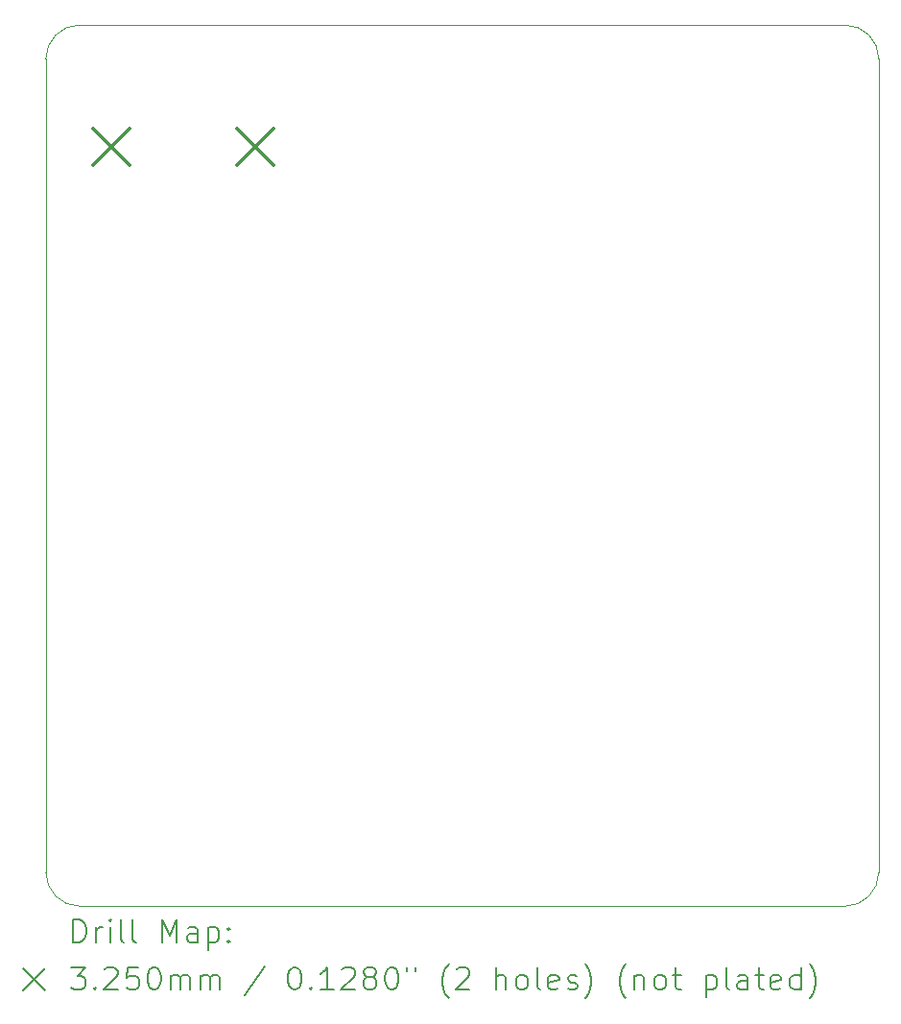
<source format=gbr>
%TF.GenerationSoftware,KiCad,Pcbnew,7.0.1*%
%TF.CreationDate,2023-12-05T18:06:43-06:00*%
%TF.ProjectId,Pico Breakout Board V3,5069636f-2042-4726-9561-6b6f75742042,rev?*%
%TF.SameCoordinates,Original*%
%TF.FileFunction,Drillmap*%
%TF.FilePolarity,Positive*%
%FSLAX45Y45*%
G04 Gerber Fmt 4.5, Leading zero omitted, Abs format (unit mm)*
G04 Created by KiCad (PCBNEW 7.0.1) date 2023-12-05 18:06:43*
%MOMM*%
%LPD*%
G01*
G04 APERTURE LIST*
%ADD10C,0.100000*%
%ADD11C,0.200000*%
%ADD12C,0.325000*%
G04 APERTURE END LIST*
D10*
X10050000Y-3575000D02*
G75*
G03*
X9750000Y-3875000I0J-300000D01*
G01*
X17100000Y-3875000D02*
G75*
G03*
X16800000Y-3575000I-300000J0D01*
G01*
X9750000Y-11050000D02*
G75*
G03*
X10050000Y-11350000I300000J0D01*
G01*
X16800000Y-11350000D02*
G75*
G03*
X17100000Y-11050000I0J300000D01*
G01*
X9750000Y-3875000D02*
X9750000Y-11050000D01*
X16800000Y-3575000D02*
X10050000Y-3575000D01*
X16800000Y-11350000D02*
X10050000Y-11350000D01*
X17100000Y-3875000D02*
X17100000Y-11050000D01*
D11*
D12*
X10167500Y-4487500D02*
X10492500Y-4812500D01*
X10492500Y-4487500D02*
X10167500Y-4812500D01*
X11437500Y-4487500D02*
X11762500Y-4812500D01*
X11762500Y-4487500D02*
X11437500Y-4812500D01*
D11*
X9992619Y-11667524D02*
X9992619Y-11467524D01*
X9992619Y-11467524D02*
X10040238Y-11467524D01*
X10040238Y-11467524D02*
X10068810Y-11477048D01*
X10068810Y-11477048D02*
X10087857Y-11496095D01*
X10087857Y-11496095D02*
X10097381Y-11515143D01*
X10097381Y-11515143D02*
X10106905Y-11553238D01*
X10106905Y-11553238D02*
X10106905Y-11581809D01*
X10106905Y-11581809D02*
X10097381Y-11619905D01*
X10097381Y-11619905D02*
X10087857Y-11638952D01*
X10087857Y-11638952D02*
X10068810Y-11658000D01*
X10068810Y-11658000D02*
X10040238Y-11667524D01*
X10040238Y-11667524D02*
X9992619Y-11667524D01*
X10192619Y-11667524D02*
X10192619Y-11534190D01*
X10192619Y-11572286D02*
X10202143Y-11553238D01*
X10202143Y-11553238D02*
X10211667Y-11543714D01*
X10211667Y-11543714D02*
X10230714Y-11534190D01*
X10230714Y-11534190D02*
X10249762Y-11534190D01*
X10316429Y-11667524D02*
X10316429Y-11534190D01*
X10316429Y-11467524D02*
X10306905Y-11477048D01*
X10306905Y-11477048D02*
X10316429Y-11486571D01*
X10316429Y-11486571D02*
X10325952Y-11477048D01*
X10325952Y-11477048D02*
X10316429Y-11467524D01*
X10316429Y-11467524D02*
X10316429Y-11486571D01*
X10440238Y-11667524D02*
X10421190Y-11658000D01*
X10421190Y-11658000D02*
X10411667Y-11638952D01*
X10411667Y-11638952D02*
X10411667Y-11467524D01*
X10545000Y-11667524D02*
X10525952Y-11658000D01*
X10525952Y-11658000D02*
X10516429Y-11638952D01*
X10516429Y-11638952D02*
X10516429Y-11467524D01*
X10773571Y-11667524D02*
X10773571Y-11467524D01*
X10773571Y-11467524D02*
X10840238Y-11610381D01*
X10840238Y-11610381D02*
X10906905Y-11467524D01*
X10906905Y-11467524D02*
X10906905Y-11667524D01*
X11087857Y-11667524D02*
X11087857Y-11562762D01*
X11087857Y-11562762D02*
X11078333Y-11543714D01*
X11078333Y-11543714D02*
X11059286Y-11534190D01*
X11059286Y-11534190D02*
X11021190Y-11534190D01*
X11021190Y-11534190D02*
X11002143Y-11543714D01*
X11087857Y-11658000D02*
X11068810Y-11667524D01*
X11068810Y-11667524D02*
X11021190Y-11667524D01*
X11021190Y-11667524D02*
X11002143Y-11658000D01*
X11002143Y-11658000D02*
X10992619Y-11638952D01*
X10992619Y-11638952D02*
X10992619Y-11619905D01*
X10992619Y-11619905D02*
X11002143Y-11600857D01*
X11002143Y-11600857D02*
X11021190Y-11591333D01*
X11021190Y-11591333D02*
X11068810Y-11591333D01*
X11068810Y-11591333D02*
X11087857Y-11581809D01*
X11183095Y-11534190D02*
X11183095Y-11734190D01*
X11183095Y-11543714D02*
X11202143Y-11534190D01*
X11202143Y-11534190D02*
X11240238Y-11534190D01*
X11240238Y-11534190D02*
X11259286Y-11543714D01*
X11259286Y-11543714D02*
X11268809Y-11553238D01*
X11268809Y-11553238D02*
X11278333Y-11572286D01*
X11278333Y-11572286D02*
X11278333Y-11629428D01*
X11278333Y-11629428D02*
X11268809Y-11648476D01*
X11268809Y-11648476D02*
X11259286Y-11658000D01*
X11259286Y-11658000D02*
X11240238Y-11667524D01*
X11240238Y-11667524D02*
X11202143Y-11667524D01*
X11202143Y-11667524D02*
X11183095Y-11658000D01*
X11364048Y-11648476D02*
X11373571Y-11658000D01*
X11373571Y-11658000D02*
X11364048Y-11667524D01*
X11364048Y-11667524D02*
X11354524Y-11658000D01*
X11354524Y-11658000D02*
X11364048Y-11648476D01*
X11364048Y-11648476D02*
X11364048Y-11667524D01*
X11364048Y-11543714D02*
X11373571Y-11553238D01*
X11373571Y-11553238D02*
X11364048Y-11562762D01*
X11364048Y-11562762D02*
X11354524Y-11553238D01*
X11354524Y-11553238D02*
X11364048Y-11543714D01*
X11364048Y-11543714D02*
X11364048Y-11562762D01*
X9545000Y-11895000D02*
X9745000Y-12095000D01*
X9745000Y-11895000D02*
X9545000Y-12095000D01*
X9973571Y-11887524D02*
X10097381Y-11887524D01*
X10097381Y-11887524D02*
X10030714Y-11963714D01*
X10030714Y-11963714D02*
X10059286Y-11963714D01*
X10059286Y-11963714D02*
X10078333Y-11973238D01*
X10078333Y-11973238D02*
X10087857Y-11982762D01*
X10087857Y-11982762D02*
X10097381Y-12001809D01*
X10097381Y-12001809D02*
X10097381Y-12049428D01*
X10097381Y-12049428D02*
X10087857Y-12068476D01*
X10087857Y-12068476D02*
X10078333Y-12078000D01*
X10078333Y-12078000D02*
X10059286Y-12087524D01*
X10059286Y-12087524D02*
X10002143Y-12087524D01*
X10002143Y-12087524D02*
X9983095Y-12078000D01*
X9983095Y-12078000D02*
X9973571Y-12068476D01*
X10183095Y-12068476D02*
X10192619Y-12078000D01*
X10192619Y-12078000D02*
X10183095Y-12087524D01*
X10183095Y-12087524D02*
X10173571Y-12078000D01*
X10173571Y-12078000D02*
X10183095Y-12068476D01*
X10183095Y-12068476D02*
X10183095Y-12087524D01*
X10268810Y-11906571D02*
X10278333Y-11897048D01*
X10278333Y-11897048D02*
X10297381Y-11887524D01*
X10297381Y-11887524D02*
X10345000Y-11887524D01*
X10345000Y-11887524D02*
X10364048Y-11897048D01*
X10364048Y-11897048D02*
X10373571Y-11906571D01*
X10373571Y-11906571D02*
X10383095Y-11925619D01*
X10383095Y-11925619D02*
X10383095Y-11944667D01*
X10383095Y-11944667D02*
X10373571Y-11973238D01*
X10373571Y-11973238D02*
X10259286Y-12087524D01*
X10259286Y-12087524D02*
X10383095Y-12087524D01*
X10564048Y-11887524D02*
X10468810Y-11887524D01*
X10468810Y-11887524D02*
X10459286Y-11982762D01*
X10459286Y-11982762D02*
X10468810Y-11973238D01*
X10468810Y-11973238D02*
X10487857Y-11963714D01*
X10487857Y-11963714D02*
X10535476Y-11963714D01*
X10535476Y-11963714D02*
X10554524Y-11973238D01*
X10554524Y-11973238D02*
X10564048Y-11982762D01*
X10564048Y-11982762D02*
X10573571Y-12001809D01*
X10573571Y-12001809D02*
X10573571Y-12049428D01*
X10573571Y-12049428D02*
X10564048Y-12068476D01*
X10564048Y-12068476D02*
X10554524Y-12078000D01*
X10554524Y-12078000D02*
X10535476Y-12087524D01*
X10535476Y-12087524D02*
X10487857Y-12087524D01*
X10487857Y-12087524D02*
X10468810Y-12078000D01*
X10468810Y-12078000D02*
X10459286Y-12068476D01*
X10697381Y-11887524D02*
X10716429Y-11887524D01*
X10716429Y-11887524D02*
X10735476Y-11897048D01*
X10735476Y-11897048D02*
X10745000Y-11906571D01*
X10745000Y-11906571D02*
X10754524Y-11925619D01*
X10754524Y-11925619D02*
X10764048Y-11963714D01*
X10764048Y-11963714D02*
X10764048Y-12011333D01*
X10764048Y-12011333D02*
X10754524Y-12049428D01*
X10754524Y-12049428D02*
X10745000Y-12068476D01*
X10745000Y-12068476D02*
X10735476Y-12078000D01*
X10735476Y-12078000D02*
X10716429Y-12087524D01*
X10716429Y-12087524D02*
X10697381Y-12087524D01*
X10697381Y-12087524D02*
X10678333Y-12078000D01*
X10678333Y-12078000D02*
X10668810Y-12068476D01*
X10668810Y-12068476D02*
X10659286Y-12049428D01*
X10659286Y-12049428D02*
X10649762Y-12011333D01*
X10649762Y-12011333D02*
X10649762Y-11963714D01*
X10649762Y-11963714D02*
X10659286Y-11925619D01*
X10659286Y-11925619D02*
X10668810Y-11906571D01*
X10668810Y-11906571D02*
X10678333Y-11897048D01*
X10678333Y-11897048D02*
X10697381Y-11887524D01*
X10849762Y-12087524D02*
X10849762Y-11954190D01*
X10849762Y-11973238D02*
X10859286Y-11963714D01*
X10859286Y-11963714D02*
X10878333Y-11954190D01*
X10878333Y-11954190D02*
X10906905Y-11954190D01*
X10906905Y-11954190D02*
X10925952Y-11963714D01*
X10925952Y-11963714D02*
X10935476Y-11982762D01*
X10935476Y-11982762D02*
X10935476Y-12087524D01*
X10935476Y-11982762D02*
X10945000Y-11963714D01*
X10945000Y-11963714D02*
X10964048Y-11954190D01*
X10964048Y-11954190D02*
X10992619Y-11954190D01*
X10992619Y-11954190D02*
X11011667Y-11963714D01*
X11011667Y-11963714D02*
X11021191Y-11982762D01*
X11021191Y-11982762D02*
X11021191Y-12087524D01*
X11116429Y-12087524D02*
X11116429Y-11954190D01*
X11116429Y-11973238D02*
X11125952Y-11963714D01*
X11125952Y-11963714D02*
X11145000Y-11954190D01*
X11145000Y-11954190D02*
X11173572Y-11954190D01*
X11173572Y-11954190D02*
X11192619Y-11963714D01*
X11192619Y-11963714D02*
X11202143Y-11982762D01*
X11202143Y-11982762D02*
X11202143Y-12087524D01*
X11202143Y-11982762D02*
X11211667Y-11963714D01*
X11211667Y-11963714D02*
X11230714Y-11954190D01*
X11230714Y-11954190D02*
X11259286Y-11954190D01*
X11259286Y-11954190D02*
X11278333Y-11963714D01*
X11278333Y-11963714D02*
X11287857Y-11982762D01*
X11287857Y-11982762D02*
X11287857Y-12087524D01*
X11678333Y-11878000D02*
X11506905Y-12135143D01*
X11935476Y-11887524D02*
X11954524Y-11887524D01*
X11954524Y-11887524D02*
X11973572Y-11897048D01*
X11973572Y-11897048D02*
X11983095Y-11906571D01*
X11983095Y-11906571D02*
X11992619Y-11925619D01*
X11992619Y-11925619D02*
X12002143Y-11963714D01*
X12002143Y-11963714D02*
X12002143Y-12011333D01*
X12002143Y-12011333D02*
X11992619Y-12049428D01*
X11992619Y-12049428D02*
X11983095Y-12068476D01*
X11983095Y-12068476D02*
X11973572Y-12078000D01*
X11973572Y-12078000D02*
X11954524Y-12087524D01*
X11954524Y-12087524D02*
X11935476Y-12087524D01*
X11935476Y-12087524D02*
X11916429Y-12078000D01*
X11916429Y-12078000D02*
X11906905Y-12068476D01*
X11906905Y-12068476D02*
X11897381Y-12049428D01*
X11897381Y-12049428D02*
X11887857Y-12011333D01*
X11887857Y-12011333D02*
X11887857Y-11963714D01*
X11887857Y-11963714D02*
X11897381Y-11925619D01*
X11897381Y-11925619D02*
X11906905Y-11906571D01*
X11906905Y-11906571D02*
X11916429Y-11897048D01*
X11916429Y-11897048D02*
X11935476Y-11887524D01*
X12087857Y-12068476D02*
X12097381Y-12078000D01*
X12097381Y-12078000D02*
X12087857Y-12087524D01*
X12087857Y-12087524D02*
X12078333Y-12078000D01*
X12078333Y-12078000D02*
X12087857Y-12068476D01*
X12087857Y-12068476D02*
X12087857Y-12087524D01*
X12287857Y-12087524D02*
X12173572Y-12087524D01*
X12230714Y-12087524D02*
X12230714Y-11887524D01*
X12230714Y-11887524D02*
X12211667Y-11916095D01*
X12211667Y-11916095D02*
X12192619Y-11935143D01*
X12192619Y-11935143D02*
X12173572Y-11944667D01*
X12364048Y-11906571D02*
X12373572Y-11897048D01*
X12373572Y-11897048D02*
X12392619Y-11887524D01*
X12392619Y-11887524D02*
X12440238Y-11887524D01*
X12440238Y-11887524D02*
X12459286Y-11897048D01*
X12459286Y-11897048D02*
X12468810Y-11906571D01*
X12468810Y-11906571D02*
X12478333Y-11925619D01*
X12478333Y-11925619D02*
X12478333Y-11944667D01*
X12478333Y-11944667D02*
X12468810Y-11973238D01*
X12468810Y-11973238D02*
X12354524Y-12087524D01*
X12354524Y-12087524D02*
X12478333Y-12087524D01*
X12592619Y-11973238D02*
X12573572Y-11963714D01*
X12573572Y-11963714D02*
X12564048Y-11954190D01*
X12564048Y-11954190D02*
X12554524Y-11935143D01*
X12554524Y-11935143D02*
X12554524Y-11925619D01*
X12554524Y-11925619D02*
X12564048Y-11906571D01*
X12564048Y-11906571D02*
X12573572Y-11897048D01*
X12573572Y-11897048D02*
X12592619Y-11887524D01*
X12592619Y-11887524D02*
X12630714Y-11887524D01*
X12630714Y-11887524D02*
X12649762Y-11897048D01*
X12649762Y-11897048D02*
X12659286Y-11906571D01*
X12659286Y-11906571D02*
X12668810Y-11925619D01*
X12668810Y-11925619D02*
X12668810Y-11935143D01*
X12668810Y-11935143D02*
X12659286Y-11954190D01*
X12659286Y-11954190D02*
X12649762Y-11963714D01*
X12649762Y-11963714D02*
X12630714Y-11973238D01*
X12630714Y-11973238D02*
X12592619Y-11973238D01*
X12592619Y-11973238D02*
X12573572Y-11982762D01*
X12573572Y-11982762D02*
X12564048Y-11992286D01*
X12564048Y-11992286D02*
X12554524Y-12011333D01*
X12554524Y-12011333D02*
X12554524Y-12049428D01*
X12554524Y-12049428D02*
X12564048Y-12068476D01*
X12564048Y-12068476D02*
X12573572Y-12078000D01*
X12573572Y-12078000D02*
X12592619Y-12087524D01*
X12592619Y-12087524D02*
X12630714Y-12087524D01*
X12630714Y-12087524D02*
X12649762Y-12078000D01*
X12649762Y-12078000D02*
X12659286Y-12068476D01*
X12659286Y-12068476D02*
X12668810Y-12049428D01*
X12668810Y-12049428D02*
X12668810Y-12011333D01*
X12668810Y-12011333D02*
X12659286Y-11992286D01*
X12659286Y-11992286D02*
X12649762Y-11982762D01*
X12649762Y-11982762D02*
X12630714Y-11973238D01*
X12792619Y-11887524D02*
X12811667Y-11887524D01*
X12811667Y-11887524D02*
X12830714Y-11897048D01*
X12830714Y-11897048D02*
X12840238Y-11906571D01*
X12840238Y-11906571D02*
X12849762Y-11925619D01*
X12849762Y-11925619D02*
X12859286Y-11963714D01*
X12859286Y-11963714D02*
X12859286Y-12011333D01*
X12859286Y-12011333D02*
X12849762Y-12049428D01*
X12849762Y-12049428D02*
X12840238Y-12068476D01*
X12840238Y-12068476D02*
X12830714Y-12078000D01*
X12830714Y-12078000D02*
X12811667Y-12087524D01*
X12811667Y-12087524D02*
X12792619Y-12087524D01*
X12792619Y-12087524D02*
X12773572Y-12078000D01*
X12773572Y-12078000D02*
X12764048Y-12068476D01*
X12764048Y-12068476D02*
X12754524Y-12049428D01*
X12754524Y-12049428D02*
X12745000Y-12011333D01*
X12745000Y-12011333D02*
X12745000Y-11963714D01*
X12745000Y-11963714D02*
X12754524Y-11925619D01*
X12754524Y-11925619D02*
X12764048Y-11906571D01*
X12764048Y-11906571D02*
X12773572Y-11897048D01*
X12773572Y-11897048D02*
X12792619Y-11887524D01*
X12935476Y-11887524D02*
X12935476Y-11925619D01*
X13011667Y-11887524D02*
X13011667Y-11925619D01*
X13306905Y-12163714D02*
X13297381Y-12154190D01*
X13297381Y-12154190D02*
X13278334Y-12125619D01*
X13278334Y-12125619D02*
X13268810Y-12106571D01*
X13268810Y-12106571D02*
X13259286Y-12078000D01*
X13259286Y-12078000D02*
X13249762Y-12030381D01*
X13249762Y-12030381D02*
X13249762Y-11992286D01*
X13249762Y-11992286D02*
X13259286Y-11944667D01*
X13259286Y-11944667D02*
X13268810Y-11916095D01*
X13268810Y-11916095D02*
X13278334Y-11897048D01*
X13278334Y-11897048D02*
X13297381Y-11868476D01*
X13297381Y-11868476D02*
X13306905Y-11858952D01*
X13373572Y-11906571D02*
X13383095Y-11897048D01*
X13383095Y-11897048D02*
X13402143Y-11887524D01*
X13402143Y-11887524D02*
X13449762Y-11887524D01*
X13449762Y-11887524D02*
X13468810Y-11897048D01*
X13468810Y-11897048D02*
X13478334Y-11906571D01*
X13478334Y-11906571D02*
X13487857Y-11925619D01*
X13487857Y-11925619D02*
X13487857Y-11944667D01*
X13487857Y-11944667D02*
X13478334Y-11973238D01*
X13478334Y-11973238D02*
X13364048Y-12087524D01*
X13364048Y-12087524D02*
X13487857Y-12087524D01*
X13725953Y-12087524D02*
X13725953Y-11887524D01*
X13811667Y-12087524D02*
X13811667Y-11982762D01*
X13811667Y-11982762D02*
X13802143Y-11963714D01*
X13802143Y-11963714D02*
X13783096Y-11954190D01*
X13783096Y-11954190D02*
X13754524Y-11954190D01*
X13754524Y-11954190D02*
X13735476Y-11963714D01*
X13735476Y-11963714D02*
X13725953Y-11973238D01*
X13935476Y-12087524D02*
X13916429Y-12078000D01*
X13916429Y-12078000D02*
X13906905Y-12068476D01*
X13906905Y-12068476D02*
X13897381Y-12049428D01*
X13897381Y-12049428D02*
X13897381Y-11992286D01*
X13897381Y-11992286D02*
X13906905Y-11973238D01*
X13906905Y-11973238D02*
X13916429Y-11963714D01*
X13916429Y-11963714D02*
X13935476Y-11954190D01*
X13935476Y-11954190D02*
X13964048Y-11954190D01*
X13964048Y-11954190D02*
X13983096Y-11963714D01*
X13983096Y-11963714D02*
X13992619Y-11973238D01*
X13992619Y-11973238D02*
X14002143Y-11992286D01*
X14002143Y-11992286D02*
X14002143Y-12049428D01*
X14002143Y-12049428D02*
X13992619Y-12068476D01*
X13992619Y-12068476D02*
X13983096Y-12078000D01*
X13983096Y-12078000D02*
X13964048Y-12087524D01*
X13964048Y-12087524D02*
X13935476Y-12087524D01*
X14116429Y-12087524D02*
X14097381Y-12078000D01*
X14097381Y-12078000D02*
X14087857Y-12058952D01*
X14087857Y-12058952D02*
X14087857Y-11887524D01*
X14268810Y-12078000D02*
X14249762Y-12087524D01*
X14249762Y-12087524D02*
X14211667Y-12087524D01*
X14211667Y-12087524D02*
X14192619Y-12078000D01*
X14192619Y-12078000D02*
X14183096Y-12058952D01*
X14183096Y-12058952D02*
X14183096Y-11982762D01*
X14183096Y-11982762D02*
X14192619Y-11963714D01*
X14192619Y-11963714D02*
X14211667Y-11954190D01*
X14211667Y-11954190D02*
X14249762Y-11954190D01*
X14249762Y-11954190D02*
X14268810Y-11963714D01*
X14268810Y-11963714D02*
X14278334Y-11982762D01*
X14278334Y-11982762D02*
X14278334Y-12001809D01*
X14278334Y-12001809D02*
X14183096Y-12020857D01*
X14354524Y-12078000D02*
X14373572Y-12087524D01*
X14373572Y-12087524D02*
X14411667Y-12087524D01*
X14411667Y-12087524D02*
X14430715Y-12078000D01*
X14430715Y-12078000D02*
X14440238Y-12058952D01*
X14440238Y-12058952D02*
X14440238Y-12049428D01*
X14440238Y-12049428D02*
X14430715Y-12030381D01*
X14430715Y-12030381D02*
X14411667Y-12020857D01*
X14411667Y-12020857D02*
X14383096Y-12020857D01*
X14383096Y-12020857D02*
X14364048Y-12011333D01*
X14364048Y-12011333D02*
X14354524Y-11992286D01*
X14354524Y-11992286D02*
X14354524Y-11982762D01*
X14354524Y-11982762D02*
X14364048Y-11963714D01*
X14364048Y-11963714D02*
X14383096Y-11954190D01*
X14383096Y-11954190D02*
X14411667Y-11954190D01*
X14411667Y-11954190D02*
X14430715Y-11963714D01*
X14506905Y-12163714D02*
X14516429Y-12154190D01*
X14516429Y-12154190D02*
X14535477Y-12125619D01*
X14535477Y-12125619D02*
X14545000Y-12106571D01*
X14545000Y-12106571D02*
X14554524Y-12078000D01*
X14554524Y-12078000D02*
X14564048Y-12030381D01*
X14564048Y-12030381D02*
X14564048Y-11992286D01*
X14564048Y-11992286D02*
X14554524Y-11944667D01*
X14554524Y-11944667D02*
X14545000Y-11916095D01*
X14545000Y-11916095D02*
X14535477Y-11897048D01*
X14535477Y-11897048D02*
X14516429Y-11868476D01*
X14516429Y-11868476D02*
X14506905Y-11858952D01*
X14868810Y-12163714D02*
X14859286Y-12154190D01*
X14859286Y-12154190D02*
X14840238Y-12125619D01*
X14840238Y-12125619D02*
X14830715Y-12106571D01*
X14830715Y-12106571D02*
X14821191Y-12078000D01*
X14821191Y-12078000D02*
X14811667Y-12030381D01*
X14811667Y-12030381D02*
X14811667Y-11992286D01*
X14811667Y-11992286D02*
X14821191Y-11944667D01*
X14821191Y-11944667D02*
X14830715Y-11916095D01*
X14830715Y-11916095D02*
X14840238Y-11897048D01*
X14840238Y-11897048D02*
X14859286Y-11868476D01*
X14859286Y-11868476D02*
X14868810Y-11858952D01*
X14945000Y-11954190D02*
X14945000Y-12087524D01*
X14945000Y-11973238D02*
X14954524Y-11963714D01*
X14954524Y-11963714D02*
X14973572Y-11954190D01*
X14973572Y-11954190D02*
X15002143Y-11954190D01*
X15002143Y-11954190D02*
X15021191Y-11963714D01*
X15021191Y-11963714D02*
X15030715Y-11982762D01*
X15030715Y-11982762D02*
X15030715Y-12087524D01*
X15154524Y-12087524D02*
X15135477Y-12078000D01*
X15135477Y-12078000D02*
X15125953Y-12068476D01*
X15125953Y-12068476D02*
X15116429Y-12049428D01*
X15116429Y-12049428D02*
X15116429Y-11992286D01*
X15116429Y-11992286D02*
X15125953Y-11973238D01*
X15125953Y-11973238D02*
X15135477Y-11963714D01*
X15135477Y-11963714D02*
X15154524Y-11954190D01*
X15154524Y-11954190D02*
X15183096Y-11954190D01*
X15183096Y-11954190D02*
X15202143Y-11963714D01*
X15202143Y-11963714D02*
X15211667Y-11973238D01*
X15211667Y-11973238D02*
X15221191Y-11992286D01*
X15221191Y-11992286D02*
X15221191Y-12049428D01*
X15221191Y-12049428D02*
X15211667Y-12068476D01*
X15211667Y-12068476D02*
X15202143Y-12078000D01*
X15202143Y-12078000D02*
X15183096Y-12087524D01*
X15183096Y-12087524D02*
X15154524Y-12087524D01*
X15278334Y-11954190D02*
X15354524Y-11954190D01*
X15306905Y-11887524D02*
X15306905Y-12058952D01*
X15306905Y-12058952D02*
X15316429Y-12078000D01*
X15316429Y-12078000D02*
X15335477Y-12087524D01*
X15335477Y-12087524D02*
X15354524Y-12087524D01*
X15573572Y-11954190D02*
X15573572Y-12154190D01*
X15573572Y-11963714D02*
X15592619Y-11954190D01*
X15592619Y-11954190D02*
X15630715Y-11954190D01*
X15630715Y-11954190D02*
X15649762Y-11963714D01*
X15649762Y-11963714D02*
X15659286Y-11973238D01*
X15659286Y-11973238D02*
X15668810Y-11992286D01*
X15668810Y-11992286D02*
X15668810Y-12049428D01*
X15668810Y-12049428D02*
X15659286Y-12068476D01*
X15659286Y-12068476D02*
X15649762Y-12078000D01*
X15649762Y-12078000D02*
X15630715Y-12087524D01*
X15630715Y-12087524D02*
X15592619Y-12087524D01*
X15592619Y-12087524D02*
X15573572Y-12078000D01*
X15783096Y-12087524D02*
X15764048Y-12078000D01*
X15764048Y-12078000D02*
X15754524Y-12058952D01*
X15754524Y-12058952D02*
X15754524Y-11887524D01*
X15945000Y-12087524D02*
X15945000Y-11982762D01*
X15945000Y-11982762D02*
X15935477Y-11963714D01*
X15935477Y-11963714D02*
X15916429Y-11954190D01*
X15916429Y-11954190D02*
X15878334Y-11954190D01*
X15878334Y-11954190D02*
X15859286Y-11963714D01*
X15945000Y-12078000D02*
X15925953Y-12087524D01*
X15925953Y-12087524D02*
X15878334Y-12087524D01*
X15878334Y-12087524D02*
X15859286Y-12078000D01*
X15859286Y-12078000D02*
X15849762Y-12058952D01*
X15849762Y-12058952D02*
X15849762Y-12039905D01*
X15849762Y-12039905D02*
X15859286Y-12020857D01*
X15859286Y-12020857D02*
X15878334Y-12011333D01*
X15878334Y-12011333D02*
X15925953Y-12011333D01*
X15925953Y-12011333D02*
X15945000Y-12001809D01*
X16011667Y-11954190D02*
X16087858Y-11954190D01*
X16040239Y-11887524D02*
X16040239Y-12058952D01*
X16040239Y-12058952D02*
X16049762Y-12078000D01*
X16049762Y-12078000D02*
X16068810Y-12087524D01*
X16068810Y-12087524D02*
X16087858Y-12087524D01*
X16230715Y-12078000D02*
X16211667Y-12087524D01*
X16211667Y-12087524D02*
X16173572Y-12087524D01*
X16173572Y-12087524D02*
X16154524Y-12078000D01*
X16154524Y-12078000D02*
X16145000Y-12058952D01*
X16145000Y-12058952D02*
X16145000Y-11982762D01*
X16145000Y-11982762D02*
X16154524Y-11963714D01*
X16154524Y-11963714D02*
X16173572Y-11954190D01*
X16173572Y-11954190D02*
X16211667Y-11954190D01*
X16211667Y-11954190D02*
X16230715Y-11963714D01*
X16230715Y-11963714D02*
X16240239Y-11982762D01*
X16240239Y-11982762D02*
X16240239Y-12001809D01*
X16240239Y-12001809D02*
X16145000Y-12020857D01*
X16411667Y-12087524D02*
X16411667Y-11887524D01*
X16411667Y-12078000D02*
X16392620Y-12087524D01*
X16392620Y-12087524D02*
X16354524Y-12087524D01*
X16354524Y-12087524D02*
X16335477Y-12078000D01*
X16335477Y-12078000D02*
X16325953Y-12068476D01*
X16325953Y-12068476D02*
X16316429Y-12049428D01*
X16316429Y-12049428D02*
X16316429Y-11992286D01*
X16316429Y-11992286D02*
X16325953Y-11973238D01*
X16325953Y-11973238D02*
X16335477Y-11963714D01*
X16335477Y-11963714D02*
X16354524Y-11954190D01*
X16354524Y-11954190D02*
X16392620Y-11954190D01*
X16392620Y-11954190D02*
X16411667Y-11963714D01*
X16487858Y-12163714D02*
X16497381Y-12154190D01*
X16497381Y-12154190D02*
X16516429Y-12125619D01*
X16516429Y-12125619D02*
X16525953Y-12106571D01*
X16525953Y-12106571D02*
X16535477Y-12078000D01*
X16535477Y-12078000D02*
X16545000Y-12030381D01*
X16545000Y-12030381D02*
X16545000Y-11992286D01*
X16545000Y-11992286D02*
X16535477Y-11944667D01*
X16535477Y-11944667D02*
X16525953Y-11916095D01*
X16525953Y-11916095D02*
X16516429Y-11897048D01*
X16516429Y-11897048D02*
X16497381Y-11868476D01*
X16497381Y-11868476D02*
X16487858Y-11858952D01*
M02*

</source>
